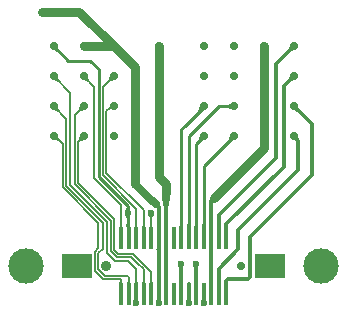
<source format=gbr>
%TF.GenerationSoftware,Altium Limited,Altium Designer,23.8.1 (32)*%
G04 Layer_Physical_Order=2*
G04 Layer_Color=16711680*
%FSLAX26Y26*%
%MOIN*%
%TF.SameCoordinates,39DE4687-B220-46F9-9087-551BD55EF510*%
%TF.FilePolarity,Positive*%
%TF.FileFunction,Copper,L2,Bot,Signal*%
%TF.Part,Single*%
G01*
G75*
%TA.AperFunction,Conductor*%
%ADD19C,0.012000*%
%ADD21C,0.020000*%
%ADD22C,0.030000*%
%ADD23C,0.006786*%
%ADD25C,0.010000*%
%ADD26C,0.006786*%
%TA.AperFunction,ViaPad*%
%ADD27C,0.035433*%
%ADD28C,0.027559*%
%ADD29C,0.023622*%
%ADD30C,0.028000*%
%ADD31C,0.118110*%
%TA.AperFunction,SMDPad,CuDef*%
%ADD32R,0.098425X0.078740*%
%ADD33R,0.014764X0.074803*%
%TA.AperFunction,Conductor*%
%ADD34C,0.026000*%
G36*
X-385962Y730424D02*
X-385830Y729138D01*
X-385600Y727890D01*
X-385274Y726681D01*
X-384850Y725511D01*
X-384329Y724379D01*
X-383711Y723286D01*
X-382996Y722231D01*
X-382184Y721216D01*
X-381274Y720238D01*
X-388346Y713167D01*
X-389323Y714077D01*
X-390339Y714889D01*
X-391393Y715604D01*
X-392486Y716222D01*
X-393618Y716743D01*
X-394788Y717166D01*
X-395998Y717493D01*
X-397245Y717722D01*
X-398531Y717855D01*
X-399856Y717890D01*
X-385997Y731749D01*
X-385962Y730424D01*
D02*
G37*
G36*
X399864Y717890D02*
X398801Y717848D01*
X397741Y717702D01*
X396684Y717451D01*
X395630Y717095D01*
X394578Y716635D01*
X393529Y716069D01*
X392483Y715400D01*
X391440Y714625D01*
X390400Y713746D01*
X389362Y712762D01*
X380877Y721248D01*
X381861Y722285D01*
X382740Y723326D01*
X383514Y724369D01*
X384184Y725414D01*
X384749Y726463D01*
X385210Y727515D01*
X385565Y728569D01*
X385816Y729626D01*
X385963Y730686D01*
X386004Y731749D01*
X399864Y717890D01*
D02*
G37*
G36*
X-200136Y617890D02*
X-201881Y617866D01*
X-205075Y617572D01*
X-206523Y617302D01*
X-207873Y616949D01*
X-209124Y616513D01*
X-210277Y615995D01*
X-211330Y615394D01*
X-212285Y614711D01*
X-213141Y613946D01*
X-217940Y618744D01*
X-217174Y619600D01*
X-216491Y620555D01*
X-215890Y621609D01*
X-215372Y622761D01*
X-214937Y624012D01*
X-214584Y625362D01*
X-214313Y626811D01*
X-214125Y628358D01*
X-214019Y630004D01*
X-213996Y631749D01*
X-200136Y617890D01*
D02*
G37*
G36*
X-285974Y630004D02*
X-285680Y626811D01*
X-285409Y625362D01*
X-285056Y624012D01*
X-284620Y622761D01*
X-284102Y621609D01*
X-283502Y620555D01*
X-282819Y619600D01*
X-282053Y618744D01*
X-286851Y613946D01*
X-287707Y614711D01*
X-288662Y615394D01*
X-289716Y615995D01*
X-290868Y616513D01*
X-292119Y616949D01*
X-293469Y617302D01*
X-294918Y617572D01*
X-296465Y617761D01*
X-298111Y617866D01*
X-299856Y617890D01*
X-285997Y631749D01*
X-285974Y630004D01*
D02*
G37*
G36*
X-385974D02*
X-385680Y626811D01*
X-385409Y625362D01*
X-385056Y624012D01*
X-384620Y622761D01*
X-384102Y621609D01*
X-383502Y620555D01*
X-382819Y619600D01*
X-382053Y618744D01*
X-386851Y613946D01*
X-387707Y614711D01*
X-388662Y615394D01*
X-389716Y615995D01*
X-390868Y616513D01*
X-392119Y616949D01*
X-393469Y617302D01*
X-394918Y617572D01*
X-396465Y617761D01*
X-398111Y617866D01*
X-399856Y617890D01*
X-385997Y631749D01*
X-385974Y630004D01*
D02*
G37*
G36*
X399864Y617890D02*
X398801Y617848D01*
X397741Y617702D01*
X396684Y617451D01*
X395630Y617095D01*
X394578Y616635D01*
X393529Y616069D01*
X392483Y615400D01*
X391440Y614625D01*
X390400Y613746D01*
X389362Y612762D01*
X380877Y621248D01*
X381861Y622285D01*
X382740Y623326D01*
X383514Y624369D01*
X384184Y625414D01*
X384749Y626463D01*
X385210Y627515D01*
X385565Y628569D01*
X385816Y629626D01*
X385963Y630686D01*
X386004Y631749D01*
X399864Y617890D01*
D02*
G37*
G36*
X190006Y522089D02*
X189044Y523001D01*
X188041Y523817D01*
X186997Y524537D01*
X185911Y525161D01*
X184784Y525689D01*
X183615Y526121D01*
X182405Y526457D01*
X181154Y526697D01*
X179861Y526841D01*
X178527Y526889D01*
Y536889D01*
X179861Y536937D01*
X181154Y537081D01*
X182405Y537321D01*
X183615Y537657D01*
X184784Y538089D01*
X185911Y538617D01*
X186997Y539241D01*
X188041Y539961D01*
X189044Y540777D01*
X190006Y541689D01*
Y522089D01*
D02*
G37*
G36*
X-300136Y517890D02*
X-301881Y517866D01*
X-305075Y517572D01*
X-306523Y517302D01*
X-307873Y516949D01*
X-309124Y516513D01*
X-310277Y515995D01*
X-311330Y515394D01*
X-312285Y514711D01*
X-313141Y513946D01*
X-317940Y518744D01*
X-317174Y519600D01*
X-316491Y520555D01*
X-315890Y521609D01*
X-315372Y522761D01*
X-314937Y524012D01*
X-314584Y525362D01*
X-314313Y526811D01*
X-314125Y528358D01*
X-314019Y530004D01*
X-313996Y531749D01*
X-300136Y517890D01*
D02*
G37*
G36*
X-385974Y530004D02*
X-385680Y526811D01*
X-385409Y525362D01*
X-385056Y524012D01*
X-384620Y522761D01*
X-384102Y521609D01*
X-383502Y520555D01*
X-382819Y519600D01*
X-382053Y518744D01*
X-386851Y513946D01*
X-387707Y514711D01*
X-388662Y515394D01*
X-389716Y515995D01*
X-390868Y516513D01*
X-392119Y516949D01*
X-393469Y517302D01*
X-394918Y517572D01*
X-396465Y517761D01*
X-398111Y517866D01*
X-399856Y517890D01*
X-385997Y531749D01*
X-385974Y530004D01*
D02*
G37*
G36*
X100093Y517889D02*
X98765Y517833D01*
X97477Y517683D01*
X96227Y517438D01*
X95017Y517097D01*
X93846Y516663D01*
X92714Y516133D01*
X91621Y515509D01*
X90568Y514790D01*
X89554Y513977D01*
X88579Y513069D01*
X81384Y520016D01*
X82294Y520995D01*
X83105Y522013D01*
X83817Y523068D01*
X84428Y524162D01*
X84941Y525293D01*
X85354Y526462D01*
X85667Y527670D01*
X85880Y528915D01*
X85994Y530199D01*
X86009Y531520D01*
X100093Y517889D01*
D02*
G37*
G36*
X414045Y530686D02*
X414191Y529626D01*
X414442Y528569D01*
X414798Y527515D01*
X415258Y526463D01*
X415823Y525414D01*
X416493Y524369D01*
X417267Y523326D01*
X418147Y522285D01*
X419130Y521248D01*
X410645Y512762D01*
X409608Y513746D01*
X408567Y514625D01*
X407524Y515400D01*
X406478Y516069D01*
X405429Y516635D01*
X404378Y517095D01*
X403324Y517451D01*
X402266Y517702D01*
X401207Y517848D01*
X400144Y517890D01*
X414003Y531749D01*
X414045Y530686D01*
D02*
G37*
G36*
X-385876Y432864D02*
X-384459Y428048D01*
X-383921Y426679D01*
X-383351Y425429D01*
X-382749Y424298D01*
X-382113Y423285D01*
X-381445Y422390D01*
X-380745Y421614D01*
X-384472Y415745D01*
X-385375Y416548D01*
X-386353Y417228D01*
X-387408Y417786D01*
X-388537Y418219D01*
X-389743Y418530D01*
X-391024Y418717D01*
X-392381Y418781D01*
X-393813Y418722D01*
X-395321Y418540D01*
X-396905Y418235D01*
X-386283Y434707D01*
X-385876Y432864D01*
D02*
G37*
G36*
X-300136Y417890D02*
X-301881Y417866D01*
X-305075Y417572D01*
X-306523Y417302D01*
X-307873Y416949D01*
X-309124Y416513D01*
X-310277Y415995D01*
X-311330Y415394D01*
X-312285Y414711D01*
X-313141Y413946D01*
X-317940Y418744D01*
X-317174Y419600D01*
X-316491Y420555D01*
X-315890Y421608D01*
X-315372Y422761D01*
X-314937Y424012D01*
X-314584Y425362D01*
X-314313Y426810D01*
X-314125Y428358D01*
X-314019Y430004D01*
X-313996Y431749D01*
X-300136Y417890D01*
D02*
G37*
G36*
X199864D02*
X198539Y417855D01*
X197253Y417722D01*
X196005Y417493D01*
X194796Y417166D01*
X193626Y416743D01*
X192494Y416222D01*
X191401Y415604D01*
X190346Y414889D01*
X189331Y414077D01*
X188353Y413167D01*
X181282Y420238D01*
X182191Y421215D01*
X183004Y422231D01*
X183719Y423286D01*
X184337Y424379D01*
X184858Y425511D01*
X185281Y426681D01*
X185608Y427890D01*
X185837Y429138D01*
X185970Y430424D01*
X186005Y431749D01*
X199864Y417890D01*
D02*
G37*
G36*
X99864D02*
X98539Y417855D01*
X97253Y417722D01*
X96005Y417493D01*
X94796Y417166D01*
X93626Y416743D01*
X92494Y416222D01*
X91401Y415604D01*
X90346Y414889D01*
X89330Y414077D01*
X88353Y413167D01*
X81282Y420238D01*
X82191Y421216D01*
X83004Y422231D01*
X83719Y423286D01*
X84337Y424379D01*
X84858Y425511D01*
X85281Y426681D01*
X85608Y427890D01*
X85837Y429138D01*
X85969Y430424D01*
X86005Y431749D01*
X99864Y417890D01*
D02*
G37*
G36*
X413843Y429305D02*
X413941Y428620D01*
X414161Y427881D01*
X414503Y427089D01*
X414968Y426245D01*
X415554Y425347D01*
X416263Y424396D01*
X418047Y422336D01*
X419123Y421226D01*
X410623Y412755D01*
X409513Y413830D01*
X407453Y415615D01*
X406502Y416325D01*
X405605Y416912D01*
X404760Y417378D01*
X403969Y417721D01*
X403231Y417943D01*
X402546Y418042D01*
X401914Y418020D01*
X413867Y429938D01*
X413843Y429305D01*
D02*
G37*
G36*
X-14713Y213828D02*
X-14773Y213429D01*
X-14825Y212827D01*
X-14965Y208374D01*
X-14996Y202889D01*
X-34996D01*
X-35345Y214022D01*
X-14647D01*
X-14713Y213828D01*
D02*
G37*
G36*
X-46942Y206693D02*
X-46374Y202616D01*
X-46233Y202097D01*
X-46084Y201678D01*
X-45925Y201357D01*
X-45757Y201135D01*
X-54243Y192650D01*
X-54464Y192818D01*
X-54785Y192976D01*
X-55205Y193126D01*
X-55723Y193267D01*
X-56340Y193398D01*
X-57872Y193635D01*
X-60912Y193921D01*
X-47029Y207805D01*
X-46942Y206693D01*
D02*
G37*
G36*
X-147345Y193476D02*
X-147248Y192334D01*
X-147084Y191252D01*
X-146855Y190228D01*
X-146561Y189263D01*
X-146202Y188357D01*
X-145777Y187511D01*
X-145287Y186723D01*
X-144731Y185994D01*
X-144111Y185324D01*
X-160646D01*
X-160025Y185994D01*
X-159470Y186723D01*
X-158979Y187511D01*
X-158555Y188357D01*
X-158195Y189263D01*
X-157901Y190228D01*
X-157672Y191252D01*
X-157509Y192334D01*
X-157411Y193476D01*
X-157378Y194676D01*
X-147378D01*
X-147345Y193476D01*
D02*
G37*
G36*
X-18125Y195419D02*
X-18308Y194640D01*
X-18469Y193486D01*
X-18727Y190051D01*
X-18996Y174889D01*
X-30996D01*
X-32072Y195822D01*
X-17921D01*
X-18125Y195419D01*
D02*
G37*
G36*
X-144731Y167784D02*
X-145287Y167055D01*
X-145777Y166267D01*
X-146202Y165421D01*
X-146561Y164515D01*
X-146855Y163550D01*
X-147084Y162526D01*
X-147248Y161444D01*
X-147345Y160302D01*
X-147378Y159102D01*
X-157378D01*
X-157411Y160302D01*
X-157509Y161444D01*
X-157672Y162526D01*
X-157901Y163550D01*
X-158195Y164515D01*
X-158555Y165421D01*
X-158979Y166267D01*
X-159470Y167055D01*
X-160025Y167784D01*
X-160646Y168454D01*
X-144111D01*
X-144731Y167784D01*
D02*
G37*
G36*
X-67655Y167494D02*
X-68484Y166527D01*
X-69215Y165550D01*
X-69849Y164566D01*
X-70385Y163574D01*
X-70823Y162573D01*
X-71165Y161565D01*
X-71409Y160548D01*
X-71555Y159523D01*
X-71603Y158489D01*
X-78389D01*
X-78438Y159523D01*
X-78584Y160548D01*
X-78828Y161565D01*
X-79169Y162573D01*
X-79608Y163574D01*
X-80144Y164566D01*
X-80778Y165550D01*
X-81509Y166527D01*
X-82338Y167494D01*
X-83264Y168454D01*
X-66729D01*
X-67655Y167494D01*
D02*
G37*
G36*
X181234Y136876D02*
X181597Y131199D01*
X181732Y130587D01*
X181888Y130151D01*
X182065Y129888D01*
X182262Y129801D01*
X167738D01*
X168020Y129888D01*
X168273Y130151D01*
X168496Y130587D01*
X168689Y131199D01*
X168852Y131985D01*
X168986Y132946D01*
X169164Y135391D01*
X169224Y138535D01*
X181224D01*
X181234Y136876D01*
D02*
G37*
G36*
X156016Y139521D02*
X156620Y130881D01*
X156809Y130281D01*
X157023Y129921D01*
X157262Y129801D01*
X142738D01*
X142979Y129921D01*
X143194Y130281D01*
X143384Y130881D01*
X143548Y131721D01*
X143687Y132801D01*
X143890Y135681D01*
X144004Y141801D01*
X156004D01*
X156016Y139521D01*
D02*
G37*
G36*
X131013D02*
X131618Y130881D01*
X131808Y130281D01*
X132022Y129921D01*
X132262Y129801D01*
X117738D01*
X117978Y129921D01*
X118192Y130281D01*
X118382Y130881D01*
X118546Y131721D01*
X118684Y132801D01*
X118886Y135681D01*
X119000Y141801D01*
X131000D01*
X131013Y139521D01*
D02*
G37*
G36*
X105023Y137901D02*
X105362Y133401D01*
X105566Y132301D01*
X105814Y131401D01*
X106108Y130701D01*
X106448Y130201D01*
X106832Y129901D01*
X107262Y129801D01*
X92738D01*
X93168Y129901D01*
X93552Y130201D01*
X93892Y130701D01*
X94186Y131401D01*
X94434Y132301D01*
X94638Y133401D01*
X94796Y134701D01*
X94977Y137901D01*
X95000Y139801D01*
X105000D01*
X105023Y137901D01*
D02*
G37*
G36*
X80023D02*
X80362Y133401D01*
X80566Y132301D01*
X80814Y131401D01*
X81108Y130701D01*
X81448Y130201D01*
X81832Y129901D01*
X82262Y129801D01*
X67738D01*
X68168Y129901D01*
X68552Y130201D01*
X68892Y130701D01*
X69186Y131401D01*
X69434Y132301D01*
X69638Y133401D01*
X69796Y134701D01*
X69977Y137901D01*
X70000Y139801D01*
X80000D01*
X80023Y137901D01*
D02*
G37*
G36*
X55023D02*
X55362Y133401D01*
X55566Y132301D01*
X55814Y131401D01*
X56108Y130701D01*
X56448Y130201D01*
X56832Y129901D01*
X57262Y129801D01*
X42738D01*
X43168Y129901D01*
X43552Y130201D01*
X43892Y130701D01*
X44186Y131401D01*
X44434Y132301D01*
X44638Y133401D01*
X44796Y134701D01*
X44977Y137901D01*
X45000Y139801D01*
X55000D01*
X55023Y137901D01*
D02*
G37*
G36*
X30023D02*
X30362Y133401D01*
X30566Y132301D01*
X30814Y131401D01*
X31108Y130701D01*
X31448Y130201D01*
X31832Y129901D01*
X32262Y129801D01*
X17738D01*
X18168Y129901D01*
X18552Y130201D01*
X18892Y130701D01*
X19186Y131401D01*
X19434Y132301D01*
X19638Y133401D01*
X19796Y134701D01*
X19977Y137901D01*
X20000Y139801D01*
X30000D01*
X30023Y137901D01*
D02*
G37*
G36*
X-18984Y139521D02*
X-18380Y130881D01*
X-18191Y130281D01*
X-17977Y129921D01*
X-17738Y129801D01*
X-32262D01*
X-32021Y129921D01*
X-31806Y130281D01*
X-31616Y130881D01*
X-31452Y131721D01*
X-31313Y132801D01*
X-31110Y135681D01*
X-30996Y141801D01*
X-18996D01*
X-18984Y139521D01*
D02*
G37*
G36*
X-43987D02*
X-43382Y130881D01*
X-43192Y130281D01*
X-42978Y129921D01*
X-42738Y129801D01*
X-57262D01*
X-57022Y129921D01*
X-56808Y130281D01*
X-56618Y130881D01*
X-56454Y131721D01*
X-56316Y132801D01*
X-56114Y135681D01*
X-56000Y141801D01*
X-44000D01*
X-43987Y139521D01*
D02*
G37*
G36*
X-147332Y137901D02*
X-147193Y136201D01*
X-146961Y134701D01*
X-146636Y133401D01*
X-146218Y132301D01*
X-145708Y131401D01*
X-145105Y130701D01*
X-144409Y130201D01*
X-143620Y129901D01*
X-142738Y129801D01*
X-157262D01*
X-157378Y139801D01*
X-147378D01*
X-147332Y137901D01*
D02*
G37*
G36*
X-71570Y135275D02*
X-71468Y134101D01*
X-71298Y133065D01*
X-71061Y132167D01*
X-70755Y131408D01*
X-70382Y130786D01*
X-69941Y130303D01*
X-69432Y129957D01*
X-68855Y129750D01*
X-68211Y129681D01*
X-81782D01*
X-81137Y129750D01*
X-80561Y129957D01*
X-80052Y130303D01*
X-79611Y130786D01*
X-79237Y131408D01*
X-78932Y132167D01*
X-78695Y133065D01*
X-78525Y134101D01*
X-78423Y135275D01*
X-78389Y136587D01*
X-71603D01*
X-71570Y135275D01*
D02*
G37*
G36*
X-96570D02*
X-96468Y134101D01*
X-96298Y133065D01*
X-96061Y132167D01*
X-95755Y131408D01*
X-95382Y130786D01*
X-94941Y130303D01*
X-94432Y129957D01*
X-93855Y129750D01*
X-93211Y129681D01*
X-106782D01*
X-106137Y129750D01*
X-105561Y129957D01*
X-105052Y130303D01*
X-104611Y130786D01*
X-104237Y131408D01*
X-103932Y132167D01*
X-103695Y133065D01*
X-103525Y134101D01*
X-103423Y135275D01*
X-103389Y136587D01*
X-96603D01*
X-96570Y135275D01*
D02*
G37*
G36*
X-121573D02*
X-121472Y134101D01*
X-121302Y133065D01*
X-121064Y132167D01*
X-120759Y131408D01*
X-120386Y130786D01*
X-119945Y130303D01*
X-119436Y129957D01*
X-118859Y129750D01*
X-118214Y129681D01*
X-131786D01*
X-131141Y129750D01*
X-130564Y129957D01*
X-130055Y130303D01*
X-129614Y130786D01*
X-129241Y131408D01*
X-128936Y132167D01*
X-128698Y133065D01*
X-128529Y134101D01*
X-128427Y135275D01*
X-128393Y136587D01*
X-121607D01*
X-121573Y135275D01*
D02*
G37*
G36*
X-171573D02*
X-171471Y134101D01*
X-171302Y133065D01*
X-171064Y132167D01*
X-170759Y131408D01*
X-170386Y130786D01*
X-169945Y130303D01*
X-169436Y129957D01*
X-168859Y129750D01*
X-168214Y129681D01*
X-181786D01*
X-181141Y129750D01*
X-180564Y129957D01*
X-180055Y130303D01*
X-179614Y130786D01*
X-179241Y131408D01*
X-178936Y132167D01*
X-178698Y133065D01*
X-178529Y134101D01*
X-178427Y135275D01*
X-178393Y136587D01*
X-171607D01*
X-171573Y135275D01*
D02*
G37*
G36*
X132023Y55118D02*
X131809Y54758D01*
X131620Y54158D01*
X131457Y53318D01*
X131318Y52238D01*
X131117Y49358D01*
X131004Y43238D01*
X119004D01*
X118991Y45518D01*
X118384Y54158D01*
X118194Y54758D01*
X117979Y55118D01*
X117738Y55238D01*
X132262D01*
X132023Y55118D01*
D02*
G37*
G36*
X-17977D02*
X-18191Y54758D01*
X-18380Y54158D01*
X-18543Y53318D01*
X-18682Y52238D01*
X-18883Y49358D01*
X-18996Y43238D01*
X-30996D01*
X-31009Y45518D01*
X-31616Y54158D01*
X-31806Y54758D01*
X-32021Y55118D01*
X-32262Y55238D01*
X-17738D01*
X-17977Y55118D01*
D02*
G37*
G36*
X-42977D02*
X-43191Y54758D01*
X-43380Y54158D01*
X-43543Y53318D01*
X-43682Y52238D01*
X-43883Y49358D01*
X-43996Y43238D01*
X-55996D01*
X-56009Y45518D01*
X-56616Y54158D01*
X-56806Y54758D01*
X-57021Y55118D01*
X-57262Y55238D01*
X-42738D01*
X-42977Y55118D01*
D02*
G37*
G36*
X32840Y-3143D02*
X32455Y-3719D01*
X32115Y-4383D01*
X31820Y-5134D01*
X31571Y-5973D01*
X31366Y-6899D01*
X31208Y-7913D01*
X31094Y-9015D01*
X31004Y-11480D01*
X19004D01*
X18981Y-10204D01*
X18800Y-7913D01*
X18641Y-6899D01*
X18437Y-5973D01*
X18187Y-5134D01*
X17892Y-4383D01*
X17552Y-3719D01*
X17167Y-3143D01*
X16736Y-2655D01*
X33271D01*
X32840Y-3143D01*
D02*
G37*
G36*
X83269Y-2658D02*
X82838Y-3146D01*
X82452Y-3722D01*
X82112Y-4385D01*
X81817Y-5136D01*
X81567Y-5975D01*
X81363Y-6902D01*
X81204Y-7915D01*
X81091Y-9017D01*
X81000Y-11483D01*
X69000Y-11478D01*
X68977Y-10202D01*
X68796Y-7911D01*
X68637Y-6897D01*
X68433Y-5971D01*
X68184Y-5132D01*
X67889Y-4381D01*
X67549Y-3717D01*
X67164Y-3141D01*
X66733Y-2653D01*
X83269Y-2658D01*
D02*
G37*
G36*
X156016Y-45518D02*
X156620Y-54158D01*
X156809Y-54758D01*
X157023Y-55118D01*
X157262Y-55238D01*
X142738D01*
X142979Y-55118D01*
X143194Y-54758D01*
X143384Y-54158D01*
X143548Y-53318D01*
X143687Y-52238D01*
X143890Y-49358D01*
X144004Y-43238D01*
X156004D01*
X156016Y-45518D01*
D02*
G37*
G36*
X81013D02*
X81618Y-54158D01*
X81808Y-54758D01*
X82022Y-55118D01*
X82262Y-55238D01*
X67738D01*
X67978Y-55118D01*
X68192Y-54758D01*
X68382Y-54158D01*
X68546Y-53318D01*
X68684Y-52238D01*
X68886Y-49358D01*
X69000Y-43238D01*
X81000D01*
X81013Y-45518D01*
D02*
G37*
G36*
X31016D02*
X31620Y-54158D01*
X31809Y-54758D01*
X32023Y-55118D01*
X32262Y-55238D01*
X17738D01*
X17979Y-55118D01*
X18194Y-54758D01*
X18384Y-54158D01*
X18548Y-53318D01*
X18687Y-52238D01*
X18890Y-49358D01*
X19004Y-43238D01*
X31004D01*
X31016Y-45518D01*
D02*
G37*
G36*
X-18984D02*
X-18380Y-54158D01*
X-18191Y-54758D01*
X-17977Y-55118D01*
X-17738Y-55238D01*
X-32262D01*
X-32021Y-55118D01*
X-31806Y-54758D01*
X-31616Y-54158D01*
X-31452Y-53318D01*
X-31313Y-52238D01*
X-31110Y-49358D01*
X-30996Y-43238D01*
X-18996D01*
X-18984Y-45518D01*
D02*
G37*
G36*
X-43984D02*
X-43380Y-54158D01*
X-43191Y-54758D01*
X-42977Y-55118D01*
X-42738Y-55238D01*
X-57262D01*
X-57021Y-55118D01*
X-56806Y-54758D01*
X-56616Y-54158D01*
X-56452Y-53318D01*
X-56313Y-52238D01*
X-56110Y-49358D01*
X-55996Y-43238D01*
X-43996D01*
X-43984Y-45518D01*
D02*
G37*
G36*
X131016Y-45518D02*
X131620Y-54158D01*
X131809Y-54758D01*
X132023Y-55118D01*
X132262Y-55238D01*
X117738D01*
X117979Y-55118D01*
X118194Y-54758D01*
X118384Y-54158D01*
X118548Y-53318D01*
X118687Y-52238D01*
X118890Y-49358D01*
X119004Y-43238D01*
X131004D01*
X131016Y-45518D01*
D02*
G37*
G36*
X-71570Y-49765D02*
X-71468Y-50939D01*
X-71298Y-51974D01*
X-71061Y-52872D01*
X-70755Y-53632D01*
X-70382Y-54253D01*
X-69941Y-54737D01*
X-69432Y-55082D01*
X-68855Y-55289D01*
X-68211Y-55358D01*
X-81782D01*
X-81137Y-55289D01*
X-80561Y-55082D01*
X-80052Y-54737D01*
X-79611Y-54253D01*
X-79237Y-53632D01*
X-78932Y-52872D01*
X-78695Y-51974D01*
X-78525Y-50939D01*
X-78423Y-49765D01*
X-78389Y-48453D01*
X-71603D01*
X-71570Y-49765D01*
D02*
G37*
G36*
X-96573D02*
X-96472Y-50939D01*
X-96302Y-51974D01*
X-96064Y-52872D01*
X-95759Y-53632D01*
X-95386Y-54253D01*
X-94945Y-54737D01*
X-94436Y-55082D01*
X-93859Y-55289D01*
X-93214Y-55358D01*
X-106786D01*
X-106141Y-55289D01*
X-105564Y-55082D01*
X-105055Y-54737D01*
X-104614Y-54253D01*
X-104241Y-53632D01*
X-103936Y-52872D01*
X-103698Y-51974D01*
X-103528Y-50939D01*
X-103427Y-49765D01*
X-103393Y-48453D01*
X-96607D01*
X-96573Y-49765D01*
D02*
G37*
G36*
X-146570D02*
X-146468Y-50939D01*
X-146298Y-51974D01*
X-146061Y-52872D01*
X-145755Y-53632D01*
X-145382Y-54253D01*
X-144941Y-54737D01*
X-144432Y-55082D01*
X-143855Y-55289D01*
X-143211Y-55358D01*
X-156782D01*
X-156137Y-55289D01*
X-155560Y-55082D01*
X-155052Y-54737D01*
X-154611Y-54253D01*
X-154237Y-53632D01*
X-153932Y-52872D01*
X-153695Y-51974D01*
X-153525Y-50939D01*
X-153423Y-49765D01*
X-153389Y-48453D01*
X-146603D01*
X-146570Y-49765D01*
D02*
G37*
G36*
X-172336Y-49759D02*
X-172234Y-50929D01*
X-172064Y-51962D01*
X-171827Y-52858D01*
X-171521Y-53617D01*
X-171148Y-54239D01*
X-170707Y-54724D01*
X-170198Y-55072D01*
X-169621Y-55284D01*
X-168977Y-55358D01*
X-182262Y-55238D01*
X-181672Y-55170D01*
X-181143Y-54967D01*
X-180677Y-54627D01*
X-180274Y-54153D01*
X-179932Y-53542D01*
X-179652Y-52795D01*
X-179435Y-51913D01*
X-179279Y-50895D01*
X-179186Y-49742D01*
X-179155Y-48453D01*
X-172369D01*
X-172336Y-49759D01*
D02*
G37*
G36*
X-121573Y-49765D02*
X-121472Y-50939D01*
X-121302Y-51975D01*
X-121064Y-52872D01*
X-120759Y-53632D01*
X-120386Y-54253D01*
X-119945Y-54737D01*
X-119436Y-55082D01*
X-118859Y-55289D01*
X-118214Y-55358D01*
X-131786D01*
X-131141Y-55289D01*
X-130564Y-55082D01*
X-130055Y-54737D01*
X-129614Y-54253D01*
X-129241Y-53632D01*
X-128936Y-52872D01*
X-128698Y-51975D01*
X-128529Y-50939D01*
X-128427Y-49765D01*
X-128393Y-48453D01*
X-121607D01*
X-121573Y-49765D01*
D02*
G37*
G36*
X-43974Y-107127D02*
X-43792Y-109418D01*
X-43633Y-110432D01*
X-43429Y-111358D01*
X-43180Y-112197D01*
X-42885Y-112948D01*
X-42545Y-113612D01*
X-42159Y-114188D01*
X-41728Y-114676D01*
X-58264D01*
X-57833Y-114188D01*
X-57447Y-113612D01*
X-57107Y-112948D01*
X-56813Y-112197D01*
X-56563Y-111358D01*
X-56359Y-110432D01*
X-56200Y-109418D01*
X-56087Y-108317D01*
X-55996Y-105851D01*
X-43996D01*
X-43974Y-107127D01*
D02*
G37*
G36*
X-121555Y-105744D02*
X-121408Y-106769D01*
X-121165Y-107787D01*
X-120823Y-108795D01*
X-120385Y-109796D01*
X-119848Y-110788D01*
X-119215Y-111772D01*
X-118484Y-112749D01*
X-117655Y-113716D01*
X-116729Y-114676D01*
X-133264D01*
X-132338Y-113716D01*
X-131509Y-112749D01*
X-130778Y-111772D01*
X-130144Y-110788D01*
X-129608Y-109796D01*
X-129169Y-108795D01*
X-128828Y-107787D01*
X-128584Y-106769D01*
X-128438Y-105744D01*
X-128389Y-104711D01*
X-121603D01*
X-121555Y-105744D01*
D02*
G37*
G36*
X106836Y-98012D02*
X106451Y-98312D01*
X106112Y-98812D01*
X105818Y-99512D01*
X105569Y-100412D01*
X105366Y-101512D01*
X105207Y-102812D01*
X105026Y-106012D01*
X105025Y-106111D01*
X105036Y-106524D01*
X105134Y-107666D01*
X105298Y-108748D01*
X105526Y-109772D01*
X105821Y-110737D01*
X106180Y-111642D01*
X106605Y-112489D01*
X107095Y-113277D01*
X107650Y-114006D01*
X108271Y-114676D01*
X91736D01*
X92357Y-114006D01*
X92912Y-113277D01*
X93403Y-112489D01*
X93827Y-111642D01*
X94187Y-110737D01*
X94481Y-109772D01*
X94710Y-108748D01*
X94873Y-107666D01*
X94971Y-106524D01*
X94982Y-106111D01*
X94981Y-106012D01*
X94642Y-101512D01*
X94438Y-100412D01*
X94189Y-99512D01*
X93895Y-98812D01*
X93556Y-98312D01*
X93172Y-98012D01*
X92742Y-97912D01*
X107266D01*
X106836Y-98012D01*
D02*
G37*
G36*
X57026Y-98032D02*
X56811Y-98392D01*
X56622Y-98992D01*
X56458Y-99832D01*
X56319Y-100912D01*
X56117Y-103792D01*
X56050Y-107424D01*
X56208Y-109418D01*
X56366Y-110432D01*
X56571Y-111359D01*
X56820Y-112197D01*
X57115Y-112948D01*
X57455Y-113612D01*
X57840Y-114188D01*
X58271Y-114676D01*
X41736Y-114676D01*
X42167Y-114188D01*
X42552Y-113612D01*
X42892Y-112948D01*
X43187Y-112197D01*
X43437Y-111359D01*
X43641Y-110432D01*
X43800Y-109418D01*
X43913Y-108317D01*
X43956Y-107137D01*
X43385Y-98992D01*
X43196Y-98392D01*
X42981Y-98032D01*
X42742Y-97912D01*
X57266D01*
X57026Y-98032D01*
D02*
G37*
D19*
X175224Y92743D02*
Y138535D01*
X366694Y330006D01*
X175000Y92520D02*
X175224Y92743D01*
X75000Y-92520D02*
Y5776D01*
X25004Y-92516D02*
Y5780D01*
X-24996Y-60631D02*
Y202889D01*
X50004Y-123111D02*
Y-60631D01*
Y-123111D02*
X50004Y-123111D01*
X125000Y92520D02*
Y216885D01*
X-50000Y92520D02*
Y196893D01*
X-49996Y-123111D02*
Y21889D01*
Y26889D02*
Y92520D01*
X125004Y-60631D02*
Y92520D01*
X-49996Y26889D02*
X-49996Y26889D01*
X366694Y598579D02*
X400004Y631889D01*
X366694Y330006D02*
Y598579D01*
X-59996Y206889D02*
X-50000Y196893D01*
X125000Y216885D02*
X135004Y226889D01*
X340242Y672127D02*
X400004Y731889D01*
X340242Y361305D02*
Y672127D01*
X150004Y171067D02*
X340242Y361305D01*
X150004Y124409D02*
Y171067D01*
X400004Y431860D02*
Y431889D01*
Y431860D02*
X415004Y416860D01*
Y318748D02*
Y416860D01*
X215090Y118834D02*
X415004Y318748D01*
X215090Y56195D02*
Y118834D01*
X150004Y-8891D02*
X215090Y56195D01*
X150004Y-60631D02*
Y-8891D01*
X400004Y531889D02*
X460004Y471889D01*
Y302727D02*
Y471889D01*
X254632Y97355D02*
X460004Y302727D01*
X254632Y-35249D02*
Y97355D01*
X247602Y-42278D02*
X254632Y-35249D01*
X182033Y-42278D02*
X247602D01*
X175004Y-49308D02*
X182033Y-42278D01*
X175004Y-60631D02*
Y-49308D01*
D21*
X-24996Y202889D02*
Y221889D01*
D22*
X300004Y391889D02*
Y531889D01*
X-199996Y731889D02*
X-199996D01*
X-299996D02*
X-199996D01*
X-439996Y847439D02*
X-315546D01*
X-199996Y731889D01*
X-199996D02*
X-129996Y661889D01*
Y273700D02*
Y661889D01*
X-49996Y296889D02*
Y431889D01*
X-24996Y241889D02*
Y271889D01*
X-49996Y296889D02*
X-24996Y271889D01*
X-49996Y631889D02*
Y731889D01*
X135004Y226889D02*
X300004Y391889D01*
X-49996Y531889D02*
X-49996Y531889D01*
X-49996Y431889D02*
Y531889D01*
Y531889D02*
Y631889D01*
X-49996Y631889D01*
X-49996Y731889D02*
X-49996Y731889D01*
X300004Y631889D02*
Y731889D01*
Y531889D02*
Y631889D01*
D23*
X-175000Y92520D02*
Y202345D01*
X-264996Y292341D02*
X-175000Y202345D01*
X-125000Y-92520D02*
Y-9987D01*
X-100000Y-92520D02*
Y-11416D01*
X-125000Y92520D02*
Y190225D01*
X-74996Y92523D02*
Y176889D01*
X-175762Y-58511D02*
X-174996Y-59277D01*
Y-60631D02*
Y-59277D01*
X-175762Y-58511D02*
Y-47623D01*
X-318211Y413675D02*
X-299996Y431889D01*
X-318211Y276773D02*
Y413675D01*
Y276773D02*
X-197603Y156166D01*
Y53525D02*
Y156166D01*
Y53525D02*
X-185214Y41136D01*
X-135885D01*
X-74996Y-19753D01*
Y-60631D02*
Y-19753D01*
X-179737Y-43648D02*
X-175762Y-47623D01*
X-234353Y-43648D02*
X-179737D01*
X-262304Y-15697D02*
X-234353Y-43648D01*
X-262304Y-15697D02*
Y16189D01*
X-262301Y16192D01*
Y47586D01*
X-250515Y59371D01*
Y142408D01*
X-369996Y261889D02*
X-250515Y142408D01*
X-369996Y261889D02*
Y406067D01*
X-395818Y431889D02*
X-369996Y406067D01*
X-399996Y431889D02*
X-395818D01*
X-149996Y-60631D02*
Y-35837D01*
X-153971Y-31862D02*
X-149996Y-35837D01*
X-229472Y-31862D02*
X-153971D01*
X-250519Y-10815D02*
X-229472Y-31862D01*
X-250519Y-10815D02*
Y10815D01*
X-250515Y10819D01*
Y42704D01*
X-235220Y57998D01*
Y143781D01*
X-358211Y266771D02*
X-235220Y143781D01*
X-358211Y266771D02*
Y490103D01*
X-399996Y531889D02*
X-358211Y490103D01*
X-152552Y17565D02*
X-125000Y-9987D01*
X-194978Y17565D02*
X-152552D01*
X-221782Y44369D02*
X-194978Y17565D01*
X-221782Y44369D02*
Y147009D01*
X-346425Y271652D02*
X-221782Y147009D01*
X-346425Y271652D02*
Y578318D01*
X-399996Y631889D02*
X-346425Y578318D01*
X-264996Y292341D02*
Y596889D01*
X-299996Y631889D02*
X-264996Y596889D01*
X-236603Y595282D02*
X-199996Y631889D01*
X-236603Y301829D02*
Y595282D01*
Y301829D02*
X-125000Y190225D01*
X-329996Y501889D02*
X-299996Y531889D01*
X-329996Y271891D02*
Y501889D01*
Y271891D02*
X-209389Y151284D01*
Y48644D02*
Y151284D01*
Y48644D02*
X-190096Y29350D01*
X-166145D01*
X-140767D01*
X-121316Y9900D01*
X-121316D01*
X-100000Y-11416D01*
X-204055Y527830D02*
X-199996Y531889D01*
X-213699Y527830D02*
X-204055D01*
X-224818Y516711D02*
X-213699Y527830D01*
X-224818Y310043D02*
Y516711D01*
Y310043D02*
X-99996Y185222D01*
Y124409D02*
Y185222D01*
D25*
X100000Y92520D02*
Y331885D01*
X-152378Y126791D02*
X-149996Y124409D01*
X-152378Y126791D02*
Y176889D01*
X100004Y-123111D02*
Y-60631D01*
X50000Y92520D02*
Y431885D01*
X75000Y92520D02*
Y406885D01*
X25000Y92520D02*
Y456561D01*
X36708Y468269D02*
X100004Y531565D01*
X36708Y468269D02*
Y468269D01*
X25000Y456561D02*
X36708Y468269D01*
X75000Y406885D02*
X100004Y431889D01*
X150004Y531889D02*
X200004D01*
X50000Y431885D02*
X150004Y531889D01*
X100000Y331885D02*
X200004Y431889D01*
X-152378Y176889D02*
Y198663D01*
X-249996Y296281D02*
X-152378Y198663D01*
X-249996Y296281D02*
Y656196D01*
X-277191Y683390D02*
X-249996Y656196D01*
X-351497Y683390D02*
X-277191D01*
X-399996Y731889D02*
X-351497Y683390D01*
D26*
X-124996Y-123111D02*
Y-92520D01*
Y-60631D01*
D27*
X-224409Y0D02*
D03*
D28*
X224409D02*
D03*
D29*
X50004Y-123111D02*
D03*
X100004D02*
D03*
X-49996Y-123111D02*
D03*
X-124996D02*
D03*
X-152378Y176889D02*
D03*
X-439996Y847439D02*
D03*
X-74996Y176889D02*
D03*
X25004Y5780D02*
D03*
X75004D02*
D03*
D30*
X-399996Y431889D02*
D03*
X-49996Y731889D02*
D03*
Y631889D02*
D03*
Y531889D02*
D03*
Y431889D02*
D03*
X300004Y731889D02*
D03*
X400004D02*
D03*
X100004Y431889D02*
D03*
X200004D02*
D03*
X400004D02*
D03*
X200004Y731889D02*
D03*
X100004Y531889D02*
D03*
X200004D02*
D03*
X100004Y731889D02*
D03*
X300004Y631889D02*
D03*
X400004D02*
D03*
Y531889D02*
D03*
X300004D02*
D03*
X200004Y631889D02*
D03*
X300004Y431889D02*
D03*
X100004Y631889D02*
D03*
X-199996Y431889D02*
D03*
X-299996D02*
D03*
Y531889D02*
D03*
X-399996Y731889D02*
D03*
Y631889D02*
D03*
X-299996D02*
D03*
X-199996D02*
D03*
Y531889D02*
D03*
X-399996D02*
D03*
X-299996Y731889D02*
D03*
X-199996D02*
D03*
D31*
X492126Y0D02*
D03*
X-492126D02*
D03*
D32*
X320866D02*
D03*
X-320866D02*
D03*
D33*
X-175000Y-92520D02*
D03*
X175000D02*
D03*
X-150000D02*
D03*
X-125000Y-92520D02*
D03*
X-100000Y-92520D02*
D03*
X-75000D02*
D03*
X-50000D02*
D03*
X150000D02*
D03*
X125000Y-92520D02*
D03*
X100000Y-92520D02*
D03*
X75000D02*
D03*
X50000D02*
D03*
X-25000D02*
D03*
X25000D02*
D03*
X0D02*
D03*
X175000D02*
D03*
X150000D02*
D03*
X125000Y-92520D02*
D03*
X100000Y-92520D02*
D03*
X75000D02*
D03*
X50000D02*
D03*
X25000D02*
D03*
X0D02*
D03*
X-25000D02*
D03*
X-50000D02*
D03*
X-75000D02*
D03*
X-100000D02*
D03*
X-125000Y-92520D02*
D03*
X-150000Y-92520D02*
D03*
X-175000D02*
D03*
X175000Y92520D02*
D03*
X-175000D02*
D03*
X150000D02*
D03*
X125000D02*
D03*
X100000D02*
D03*
X75000D02*
D03*
X50000D02*
D03*
X-150000D02*
D03*
X-125000D02*
D03*
X-100000D02*
D03*
X-75000D02*
D03*
X-50000D02*
D03*
X25000D02*
D03*
X-25000D02*
D03*
X0D02*
D03*
X175000D02*
D03*
X150000D02*
D03*
X125000D02*
D03*
X100000D02*
D03*
X75000D02*
D03*
X50000D02*
D03*
X25000D02*
D03*
X0D02*
D03*
X-25000D02*
D03*
X-50000D02*
D03*
X-75000D02*
D03*
X-100000D02*
D03*
X-125000D02*
D03*
X-150000D02*
D03*
X-175000D02*
D03*
D34*
X-69996Y216889D02*
X-59996Y206889D01*
X-73185Y216889D02*
X-69996D01*
X-129996Y273700D02*
X-73185Y216889D01*
X-24996Y221889D02*
Y241889D01*
%TF.MD5,c21e385aeae14886d62012aa2419db51*%
M02*

</source>
